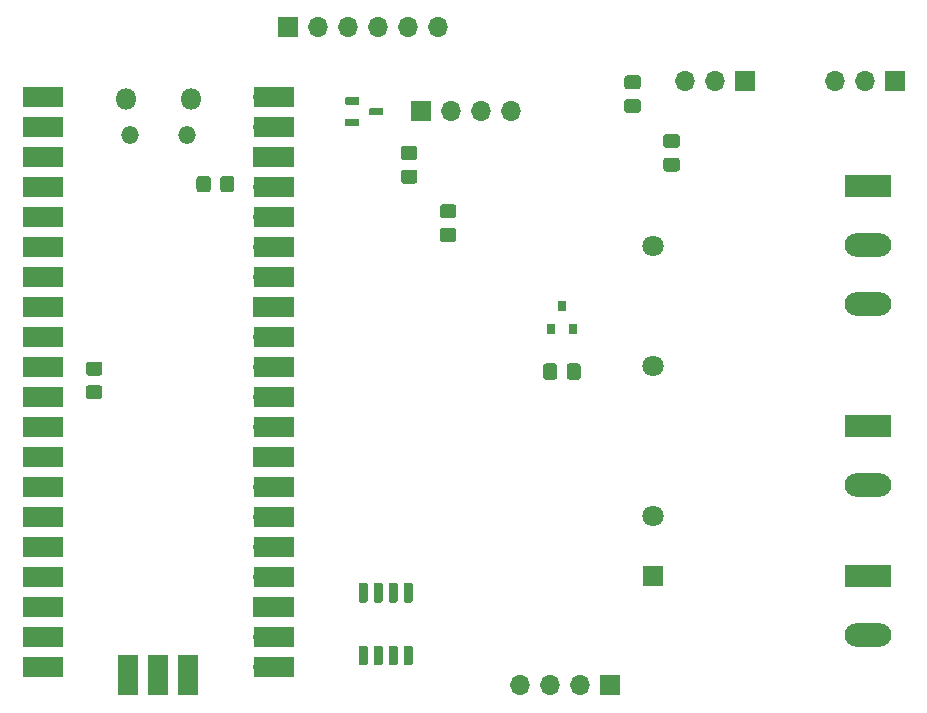
<source format=gbr>
%TF.GenerationSoftware,KiCad,Pcbnew,(5.1.9)-1*%
%TF.CreationDate,2022-01-22T22:11:56-08:00*%
%TF.ProjectId,keurig-filler,6b657572-6967-42d6-9669-6c6c65722e6b,rev?*%
%TF.SameCoordinates,Original*%
%TF.FileFunction,Soldermask,Top*%
%TF.FilePolarity,Negative*%
%FSLAX46Y46*%
G04 Gerber Fmt 4.6, Leading zero omitted, Abs format (unit mm)*
G04 Created by KiCad (PCBNEW (5.1.9)-1) date 2022-01-22 22:11:56*
%MOMM*%
%LPD*%
G01*
G04 APERTURE LIST*
%ADD10C,0.010000*%
%ADD11O,1.700000X1.700000*%
%ADD12R,1.700000X1.700000*%
%ADD13R,1.700000X3.500000*%
%ADD14O,1.500000X1.500000*%
%ADD15O,1.800000X1.800000*%
%ADD16R,3.500000X1.700000*%
%ADD17O,3.960000X1.980000*%
%ADD18R,3.960000X1.980000*%
%ADD19C,1.800000*%
%ADD20R,1.800000X1.800000*%
%ADD21R,0.800000X0.900000*%
G04 APERTURE END LIST*
D10*
%TO.C,U2*%
G36*
X56429000Y-77595000D02*
G01*
X56429000Y-76970000D01*
X56431100Y-76943400D01*
X56437300Y-76917500D01*
X56447500Y-76892800D01*
X56461500Y-76870100D01*
X56478800Y-76849800D01*
X56499100Y-76832500D01*
X56521800Y-76818500D01*
X56546500Y-76808300D01*
X56572400Y-76802100D01*
X56939000Y-76800000D01*
X56965600Y-76802100D01*
X56991500Y-76808300D01*
X57016200Y-76818500D01*
X57038900Y-76832500D01*
X57059200Y-76849800D01*
X57076500Y-76870100D01*
X57090500Y-76892800D01*
X57100700Y-76917500D01*
X57106900Y-76943400D01*
X57109000Y-76970000D01*
X57109000Y-78220000D01*
X57106900Y-78246600D01*
X57100700Y-78272500D01*
X57090500Y-78297200D01*
X57076500Y-78319900D01*
X57059200Y-78340200D01*
X57038900Y-78357500D01*
X57016200Y-78371500D01*
X56991500Y-78381700D01*
X56965600Y-78387900D01*
X56599000Y-78390000D01*
X56572400Y-78387900D01*
X56546500Y-78381700D01*
X56521800Y-78371500D01*
X56499100Y-78357500D01*
X56478800Y-78340200D01*
X56461500Y-78319900D01*
X56447500Y-78297200D01*
X56437300Y-78272500D01*
X56431100Y-78246600D01*
X56429000Y-78220000D01*
X56429000Y-77595000D01*
G37*
X56429000Y-77595000D02*
X56429000Y-76970000D01*
X56431100Y-76943400D01*
X56437300Y-76917500D01*
X56447500Y-76892800D01*
X56461500Y-76870100D01*
X56478800Y-76849800D01*
X56499100Y-76832500D01*
X56521800Y-76818500D01*
X56546500Y-76808300D01*
X56572400Y-76802100D01*
X56939000Y-76800000D01*
X56965600Y-76802100D01*
X56991500Y-76808300D01*
X57016200Y-76818500D01*
X57038900Y-76832500D01*
X57059200Y-76849800D01*
X57076500Y-76870100D01*
X57090500Y-76892800D01*
X57100700Y-76917500D01*
X57106900Y-76943400D01*
X57109000Y-76970000D01*
X57109000Y-78220000D01*
X57106900Y-78246600D01*
X57100700Y-78272500D01*
X57090500Y-78297200D01*
X57076500Y-78319900D01*
X57059200Y-78340200D01*
X57038900Y-78357500D01*
X57016200Y-78371500D01*
X56991500Y-78381700D01*
X56965600Y-78387900D01*
X56599000Y-78390000D01*
X56572400Y-78387900D01*
X56546500Y-78381700D01*
X56521800Y-78371500D01*
X56499100Y-78357500D01*
X56478800Y-78340200D01*
X56461500Y-78319900D01*
X56447500Y-78297200D01*
X56437300Y-78272500D01*
X56431100Y-78246600D01*
X56429000Y-78220000D01*
X56429000Y-77595000D01*
G36*
X57699000Y-77595000D02*
G01*
X57699000Y-76970000D01*
X57701100Y-76943400D01*
X57707300Y-76917500D01*
X57717500Y-76892800D01*
X57731500Y-76870100D01*
X57748800Y-76849800D01*
X57769100Y-76832500D01*
X57791800Y-76818500D01*
X57816500Y-76808300D01*
X57842400Y-76802100D01*
X58209000Y-76800000D01*
X58235600Y-76802100D01*
X58261500Y-76808300D01*
X58286200Y-76818500D01*
X58308900Y-76832500D01*
X58329200Y-76849800D01*
X58346500Y-76870100D01*
X58360500Y-76892800D01*
X58370700Y-76917500D01*
X58376900Y-76943400D01*
X58379000Y-76970000D01*
X58379000Y-78220000D01*
X58376900Y-78246600D01*
X58370700Y-78272500D01*
X58360500Y-78297200D01*
X58346500Y-78319900D01*
X58329200Y-78340200D01*
X58308900Y-78357500D01*
X58286200Y-78371500D01*
X58261500Y-78381700D01*
X58235600Y-78387900D01*
X57869000Y-78390000D01*
X57842400Y-78387900D01*
X57816500Y-78381700D01*
X57791800Y-78371500D01*
X57769100Y-78357500D01*
X57748800Y-78340200D01*
X57731500Y-78319900D01*
X57717500Y-78297200D01*
X57707300Y-78272500D01*
X57701100Y-78246600D01*
X57699000Y-78220000D01*
X57699000Y-77595000D01*
G37*
X57699000Y-77595000D02*
X57699000Y-76970000D01*
X57701100Y-76943400D01*
X57707300Y-76917500D01*
X57717500Y-76892800D01*
X57731500Y-76870100D01*
X57748800Y-76849800D01*
X57769100Y-76832500D01*
X57791800Y-76818500D01*
X57816500Y-76808300D01*
X57842400Y-76802100D01*
X58209000Y-76800000D01*
X58235600Y-76802100D01*
X58261500Y-76808300D01*
X58286200Y-76818500D01*
X58308900Y-76832500D01*
X58329200Y-76849800D01*
X58346500Y-76870100D01*
X58360500Y-76892800D01*
X58370700Y-76917500D01*
X58376900Y-76943400D01*
X58379000Y-76970000D01*
X58379000Y-78220000D01*
X58376900Y-78246600D01*
X58370700Y-78272500D01*
X58360500Y-78297200D01*
X58346500Y-78319900D01*
X58329200Y-78340200D01*
X58308900Y-78357500D01*
X58286200Y-78371500D01*
X58261500Y-78381700D01*
X58235600Y-78387900D01*
X57869000Y-78390000D01*
X57842400Y-78387900D01*
X57816500Y-78381700D01*
X57791800Y-78371500D01*
X57769100Y-78357500D01*
X57748800Y-78340200D01*
X57731500Y-78319900D01*
X57717500Y-78297200D01*
X57707300Y-78272500D01*
X57701100Y-78246600D01*
X57699000Y-78220000D01*
X57699000Y-77595000D01*
G36*
X58969000Y-77595000D02*
G01*
X58969000Y-76970000D01*
X58971100Y-76943400D01*
X58977300Y-76917500D01*
X58987500Y-76892800D01*
X59001500Y-76870100D01*
X59018800Y-76849800D01*
X59039100Y-76832500D01*
X59061800Y-76818500D01*
X59086500Y-76808300D01*
X59112400Y-76802100D01*
X59479000Y-76800000D01*
X59505600Y-76802100D01*
X59531500Y-76808300D01*
X59556200Y-76818500D01*
X59578900Y-76832500D01*
X59599200Y-76849800D01*
X59616500Y-76870100D01*
X59630500Y-76892800D01*
X59640700Y-76917500D01*
X59646900Y-76943400D01*
X59649000Y-76970000D01*
X59649000Y-78220000D01*
X59646900Y-78246600D01*
X59640700Y-78272500D01*
X59630500Y-78297200D01*
X59616500Y-78319900D01*
X59599200Y-78340200D01*
X59578900Y-78357500D01*
X59556200Y-78371500D01*
X59531500Y-78381700D01*
X59505600Y-78387900D01*
X59139000Y-78390000D01*
X59112400Y-78387900D01*
X59086500Y-78381700D01*
X59061800Y-78371500D01*
X59039100Y-78357500D01*
X59018800Y-78340200D01*
X59001500Y-78319900D01*
X58987500Y-78297200D01*
X58977300Y-78272500D01*
X58971100Y-78246600D01*
X58969000Y-78220000D01*
X58969000Y-77595000D01*
G37*
X58969000Y-77595000D02*
X58969000Y-76970000D01*
X58971100Y-76943400D01*
X58977300Y-76917500D01*
X58987500Y-76892800D01*
X59001500Y-76870100D01*
X59018800Y-76849800D01*
X59039100Y-76832500D01*
X59061800Y-76818500D01*
X59086500Y-76808300D01*
X59112400Y-76802100D01*
X59479000Y-76800000D01*
X59505600Y-76802100D01*
X59531500Y-76808300D01*
X59556200Y-76818500D01*
X59578900Y-76832500D01*
X59599200Y-76849800D01*
X59616500Y-76870100D01*
X59630500Y-76892800D01*
X59640700Y-76917500D01*
X59646900Y-76943400D01*
X59649000Y-76970000D01*
X59649000Y-78220000D01*
X59646900Y-78246600D01*
X59640700Y-78272500D01*
X59630500Y-78297200D01*
X59616500Y-78319900D01*
X59599200Y-78340200D01*
X59578900Y-78357500D01*
X59556200Y-78371500D01*
X59531500Y-78381700D01*
X59505600Y-78387900D01*
X59139000Y-78390000D01*
X59112400Y-78387900D01*
X59086500Y-78381700D01*
X59061800Y-78371500D01*
X59039100Y-78357500D01*
X59018800Y-78340200D01*
X59001500Y-78319900D01*
X58987500Y-78297200D01*
X58977300Y-78272500D01*
X58971100Y-78246600D01*
X58969000Y-78220000D01*
X58969000Y-77595000D01*
G36*
X60239000Y-77595000D02*
G01*
X60239000Y-76970000D01*
X60241100Y-76943400D01*
X60247300Y-76917500D01*
X60257500Y-76892800D01*
X60271500Y-76870100D01*
X60288800Y-76849800D01*
X60309100Y-76832500D01*
X60331800Y-76818500D01*
X60356500Y-76808300D01*
X60382400Y-76802100D01*
X60749000Y-76800000D01*
X60775600Y-76802100D01*
X60801500Y-76808300D01*
X60826200Y-76818500D01*
X60848900Y-76832500D01*
X60869200Y-76849800D01*
X60886500Y-76870100D01*
X60900500Y-76892800D01*
X60910700Y-76917500D01*
X60916900Y-76943400D01*
X60919000Y-76970000D01*
X60919000Y-78220000D01*
X60916900Y-78246600D01*
X60910700Y-78272500D01*
X60900500Y-78297200D01*
X60886500Y-78319900D01*
X60869200Y-78340200D01*
X60848900Y-78357500D01*
X60826200Y-78371500D01*
X60801500Y-78381700D01*
X60775600Y-78387900D01*
X60409000Y-78390000D01*
X60382400Y-78387900D01*
X60356500Y-78381700D01*
X60331800Y-78371500D01*
X60309100Y-78357500D01*
X60288800Y-78340200D01*
X60271500Y-78319900D01*
X60257500Y-78297200D01*
X60247300Y-78272500D01*
X60241100Y-78246600D01*
X60239000Y-78220000D01*
X60239000Y-77595000D01*
G37*
X60239000Y-77595000D02*
X60239000Y-76970000D01*
X60241100Y-76943400D01*
X60247300Y-76917500D01*
X60257500Y-76892800D01*
X60271500Y-76870100D01*
X60288800Y-76849800D01*
X60309100Y-76832500D01*
X60331800Y-76818500D01*
X60356500Y-76808300D01*
X60382400Y-76802100D01*
X60749000Y-76800000D01*
X60775600Y-76802100D01*
X60801500Y-76808300D01*
X60826200Y-76818500D01*
X60848900Y-76832500D01*
X60869200Y-76849800D01*
X60886500Y-76870100D01*
X60900500Y-76892800D01*
X60910700Y-76917500D01*
X60916900Y-76943400D01*
X60919000Y-76970000D01*
X60919000Y-78220000D01*
X60916900Y-78246600D01*
X60910700Y-78272500D01*
X60900500Y-78297200D01*
X60886500Y-78319900D01*
X60869200Y-78340200D01*
X60848900Y-78357500D01*
X60826200Y-78371500D01*
X60801500Y-78381700D01*
X60775600Y-78387900D01*
X60409000Y-78390000D01*
X60382400Y-78387900D01*
X60356500Y-78381700D01*
X60331800Y-78371500D01*
X60309100Y-78357500D01*
X60288800Y-78340200D01*
X60271500Y-78319900D01*
X60257500Y-78297200D01*
X60247300Y-78272500D01*
X60241100Y-78246600D01*
X60239000Y-78220000D01*
X60239000Y-77595000D01*
G36*
X60919000Y-72265000D02*
G01*
X60919000Y-72890000D01*
X60916900Y-72916600D01*
X60910700Y-72942500D01*
X60900500Y-72967200D01*
X60886500Y-72989900D01*
X60869200Y-73010200D01*
X60848900Y-73027500D01*
X60826200Y-73041500D01*
X60801500Y-73051700D01*
X60775600Y-73057900D01*
X60409000Y-73060000D01*
X60382400Y-73057900D01*
X60356500Y-73051700D01*
X60331800Y-73041500D01*
X60309100Y-73027500D01*
X60288800Y-73010200D01*
X60271500Y-72989900D01*
X60257500Y-72967200D01*
X60247300Y-72942500D01*
X60241100Y-72916600D01*
X60239000Y-72890000D01*
X60239000Y-71640000D01*
X60241100Y-71613400D01*
X60247300Y-71587500D01*
X60257500Y-71562800D01*
X60271500Y-71540100D01*
X60288800Y-71519800D01*
X60309100Y-71502500D01*
X60331800Y-71488500D01*
X60356500Y-71478300D01*
X60382400Y-71472100D01*
X60749000Y-71470000D01*
X60775600Y-71472100D01*
X60801500Y-71478300D01*
X60826200Y-71488500D01*
X60848900Y-71502500D01*
X60869200Y-71519800D01*
X60886500Y-71540100D01*
X60900500Y-71562800D01*
X60910700Y-71587500D01*
X60916900Y-71613400D01*
X60919000Y-71640000D01*
X60919000Y-72265000D01*
G37*
X60919000Y-72265000D02*
X60919000Y-72890000D01*
X60916900Y-72916600D01*
X60910700Y-72942500D01*
X60900500Y-72967200D01*
X60886500Y-72989900D01*
X60869200Y-73010200D01*
X60848900Y-73027500D01*
X60826200Y-73041500D01*
X60801500Y-73051700D01*
X60775600Y-73057900D01*
X60409000Y-73060000D01*
X60382400Y-73057900D01*
X60356500Y-73051700D01*
X60331800Y-73041500D01*
X60309100Y-73027500D01*
X60288800Y-73010200D01*
X60271500Y-72989900D01*
X60257500Y-72967200D01*
X60247300Y-72942500D01*
X60241100Y-72916600D01*
X60239000Y-72890000D01*
X60239000Y-71640000D01*
X60241100Y-71613400D01*
X60247300Y-71587500D01*
X60257500Y-71562800D01*
X60271500Y-71540100D01*
X60288800Y-71519800D01*
X60309100Y-71502500D01*
X60331800Y-71488500D01*
X60356500Y-71478300D01*
X60382400Y-71472100D01*
X60749000Y-71470000D01*
X60775600Y-71472100D01*
X60801500Y-71478300D01*
X60826200Y-71488500D01*
X60848900Y-71502500D01*
X60869200Y-71519800D01*
X60886500Y-71540100D01*
X60900500Y-71562800D01*
X60910700Y-71587500D01*
X60916900Y-71613400D01*
X60919000Y-71640000D01*
X60919000Y-72265000D01*
G36*
X59649000Y-72265000D02*
G01*
X59649000Y-72890000D01*
X59646900Y-72916600D01*
X59640700Y-72942500D01*
X59630500Y-72967200D01*
X59616500Y-72989900D01*
X59599200Y-73010200D01*
X59578900Y-73027500D01*
X59556200Y-73041500D01*
X59531500Y-73051700D01*
X59505600Y-73057900D01*
X59139000Y-73060000D01*
X59112400Y-73057900D01*
X59086500Y-73051700D01*
X59061800Y-73041500D01*
X59039100Y-73027500D01*
X59018800Y-73010200D01*
X59001500Y-72989900D01*
X58987500Y-72967200D01*
X58977300Y-72942500D01*
X58971100Y-72916600D01*
X58969000Y-72890000D01*
X58969000Y-71640000D01*
X58971100Y-71613400D01*
X58977300Y-71587500D01*
X58987500Y-71562800D01*
X59001500Y-71540100D01*
X59018800Y-71519800D01*
X59039100Y-71502500D01*
X59061800Y-71488500D01*
X59086500Y-71478300D01*
X59112400Y-71472100D01*
X59479000Y-71470000D01*
X59505600Y-71472100D01*
X59531500Y-71478300D01*
X59556200Y-71488500D01*
X59578900Y-71502500D01*
X59599200Y-71519800D01*
X59616500Y-71540100D01*
X59630500Y-71562800D01*
X59640700Y-71587500D01*
X59646900Y-71613400D01*
X59649000Y-71640000D01*
X59649000Y-72265000D01*
G37*
X59649000Y-72265000D02*
X59649000Y-72890000D01*
X59646900Y-72916600D01*
X59640700Y-72942500D01*
X59630500Y-72967200D01*
X59616500Y-72989900D01*
X59599200Y-73010200D01*
X59578900Y-73027500D01*
X59556200Y-73041500D01*
X59531500Y-73051700D01*
X59505600Y-73057900D01*
X59139000Y-73060000D01*
X59112400Y-73057900D01*
X59086500Y-73051700D01*
X59061800Y-73041500D01*
X59039100Y-73027500D01*
X59018800Y-73010200D01*
X59001500Y-72989900D01*
X58987500Y-72967200D01*
X58977300Y-72942500D01*
X58971100Y-72916600D01*
X58969000Y-72890000D01*
X58969000Y-71640000D01*
X58971100Y-71613400D01*
X58977300Y-71587500D01*
X58987500Y-71562800D01*
X59001500Y-71540100D01*
X59018800Y-71519800D01*
X59039100Y-71502500D01*
X59061800Y-71488500D01*
X59086500Y-71478300D01*
X59112400Y-71472100D01*
X59479000Y-71470000D01*
X59505600Y-71472100D01*
X59531500Y-71478300D01*
X59556200Y-71488500D01*
X59578900Y-71502500D01*
X59599200Y-71519800D01*
X59616500Y-71540100D01*
X59630500Y-71562800D01*
X59640700Y-71587500D01*
X59646900Y-71613400D01*
X59649000Y-71640000D01*
X59649000Y-72265000D01*
G36*
X58379000Y-72265000D02*
G01*
X58379000Y-72890000D01*
X58376900Y-72916600D01*
X58370700Y-72942500D01*
X58360500Y-72967200D01*
X58346500Y-72989900D01*
X58329200Y-73010200D01*
X58308900Y-73027500D01*
X58286200Y-73041500D01*
X58261500Y-73051700D01*
X58235600Y-73057900D01*
X57869000Y-73060000D01*
X57842400Y-73057900D01*
X57816500Y-73051700D01*
X57791800Y-73041500D01*
X57769100Y-73027500D01*
X57748800Y-73010200D01*
X57731500Y-72989900D01*
X57717500Y-72967200D01*
X57707300Y-72942500D01*
X57701100Y-72916600D01*
X57699000Y-72890000D01*
X57699000Y-71640000D01*
X57701100Y-71613400D01*
X57707300Y-71587500D01*
X57717500Y-71562800D01*
X57731500Y-71540100D01*
X57748800Y-71519800D01*
X57769100Y-71502500D01*
X57791800Y-71488500D01*
X57816500Y-71478300D01*
X57842400Y-71472100D01*
X58209000Y-71470000D01*
X58235600Y-71472100D01*
X58261500Y-71478300D01*
X58286200Y-71488500D01*
X58308900Y-71502500D01*
X58329200Y-71519800D01*
X58346500Y-71540100D01*
X58360500Y-71562800D01*
X58370700Y-71587500D01*
X58376900Y-71613400D01*
X58379000Y-71640000D01*
X58379000Y-72265000D01*
G37*
X58379000Y-72265000D02*
X58379000Y-72890000D01*
X58376900Y-72916600D01*
X58370700Y-72942500D01*
X58360500Y-72967200D01*
X58346500Y-72989900D01*
X58329200Y-73010200D01*
X58308900Y-73027500D01*
X58286200Y-73041500D01*
X58261500Y-73051700D01*
X58235600Y-73057900D01*
X57869000Y-73060000D01*
X57842400Y-73057900D01*
X57816500Y-73051700D01*
X57791800Y-73041500D01*
X57769100Y-73027500D01*
X57748800Y-73010200D01*
X57731500Y-72989900D01*
X57717500Y-72967200D01*
X57707300Y-72942500D01*
X57701100Y-72916600D01*
X57699000Y-72890000D01*
X57699000Y-71640000D01*
X57701100Y-71613400D01*
X57707300Y-71587500D01*
X57717500Y-71562800D01*
X57731500Y-71540100D01*
X57748800Y-71519800D01*
X57769100Y-71502500D01*
X57791800Y-71488500D01*
X57816500Y-71478300D01*
X57842400Y-71472100D01*
X58209000Y-71470000D01*
X58235600Y-71472100D01*
X58261500Y-71478300D01*
X58286200Y-71488500D01*
X58308900Y-71502500D01*
X58329200Y-71519800D01*
X58346500Y-71540100D01*
X58360500Y-71562800D01*
X58370700Y-71587500D01*
X58376900Y-71613400D01*
X58379000Y-71640000D01*
X58379000Y-72265000D01*
G36*
X57109000Y-72265000D02*
G01*
X57109000Y-72890000D01*
X57106900Y-72916600D01*
X57100700Y-72942500D01*
X57090500Y-72967200D01*
X57076500Y-72989900D01*
X57059200Y-73010200D01*
X57038900Y-73027500D01*
X57016200Y-73041500D01*
X56991500Y-73051700D01*
X56965600Y-73057900D01*
X56599000Y-73060000D01*
X56572400Y-73057900D01*
X56546500Y-73051700D01*
X56521800Y-73041500D01*
X56499100Y-73027500D01*
X56478800Y-73010200D01*
X56461500Y-72989900D01*
X56447500Y-72967200D01*
X56437300Y-72942500D01*
X56431100Y-72916600D01*
X56429000Y-72890000D01*
X56429000Y-71640000D01*
X56431100Y-71613400D01*
X56437300Y-71587500D01*
X56447500Y-71562800D01*
X56461500Y-71540100D01*
X56478800Y-71519800D01*
X56499100Y-71502500D01*
X56521800Y-71488500D01*
X56546500Y-71478300D01*
X56572400Y-71472100D01*
X56939000Y-71470000D01*
X56965600Y-71472100D01*
X56991500Y-71478300D01*
X57016200Y-71488500D01*
X57038900Y-71502500D01*
X57059200Y-71519800D01*
X57076500Y-71540100D01*
X57090500Y-71562800D01*
X57100700Y-71587500D01*
X57106900Y-71613400D01*
X57109000Y-71640000D01*
X57109000Y-72265000D01*
G37*
X57109000Y-72265000D02*
X57109000Y-72890000D01*
X57106900Y-72916600D01*
X57100700Y-72942500D01*
X57090500Y-72967200D01*
X57076500Y-72989900D01*
X57059200Y-73010200D01*
X57038900Y-73027500D01*
X57016200Y-73041500D01*
X56991500Y-73051700D01*
X56965600Y-73057900D01*
X56599000Y-73060000D01*
X56572400Y-73057900D01*
X56546500Y-73051700D01*
X56521800Y-73041500D01*
X56499100Y-73027500D01*
X56478800Y-73010200D01*
X56461500Y-72989900D01*
X56447500Y-72967200D01*
X56437300Y-72942500D01*
X56431100Y-72916600D01*
X56429000Y-72890000D01*
X56429000Y-71640000D01*
X56431100Y-71613400D01*
X56437300Y-71587500D01*
X56447500Y-71562800D01*
X56461500Y-71540100D01*
X56478800Y-71519800D01*
X56499100Y-71502500D01*
X56521800Y-71488500D01*
X56546500Y-71478300D01*
X56572400Y-71472100D01*
X56939000Y-71470000D01*
X56965600Y-71472100D01*
X56991500Y-71478300D01*
X57016200Y-71488500D01*
X57038900Y-71502500D01*
X57059200Y-71519800D01*
X57076500Y-71540100D01*
X57090500Y-71562800D01*
X57100700Y-71587500D01*
X57106900Y-71613400D01*
X57109000Y-71640000D01*
X57109000Y-72265000D01*
%TD*%
%TO.C,R12*%
G36*
G01*
X44707000Y-38169001D02*
X44707000Y-37268999D01*
G75*
G02*
X44956999Y-37019000I249999J0D01*
G01*
X45657001Y-37019000D01*
G75*
G02*
X45907000Y-37268999I0J-249999D01*
G01*
X45907000Y-38169001D01*
G75*
G02*
X45657001Y-38419000I-249999J0D01*
G01*
X44956999Y-38419000D01*
G75*
G02*
X44707000Y-38169001I0J249999D01*
G01*
G37*
G36*
G01*
X42707000Y-38169001D02*
X42707000Y-37268999D01*
G75*
G02*
X42956999Y-37019000I249999J0D01*
G01*
X43657001Y-37019000D01*
G75*
G02*
X43907000Y-37268999I0J-249999D01*
G01*
X43907000Y-38169001D01*
G75*
G02*
X43657001Y-38419000I-249999J0D01*
G01*
X42956999Y-38419000D01*
G75*
G02*
X42707000Y-38169001I0J249999D01*
G01*
G37*
%TD*%
%TO.C,R10*%
G36*
G01*
X61156001Y-35684000D02*
X60255999Y-35684000D01*
G75*
G02*
X60006000Y-35434001I0J249999D01*
G01*
X60006000Y-34733999D01*
G75*
G02*
X60255999Y-34484000I249999J0D01*
G01*
X61156001Y-34484000D01*
G75*
G02*
X61406000Y-34733999I0J-249999D01*
G01*
X61406000Y-35434001D01*
G75*
G02*
X61156001Y-35684000I-249999J0D01*
G01*
G37*
G36*
G01*
X61156001Y-37684000D02*
X60255999Y-37684000D01*
G75*
G02*
X60006000Y-37434001I0J249999D01*
G01*
X60006000Y-36733999D01*
G75*
G02*
X60255999Y-36484000I249999J0D01*
G01*
X61156001Y-36484000D01*
G75*
G02*
X61406000Y-36733999I0J-249999D01*
G01*
X61406000Y-37434001D01*
G75*
G02*
X61156001Y-37684000I-249999J0D01*
G01*
G37*
%TD*%
%TO.C,R8*%
G36*
G01*
X64458001Y-40621000D02*
X63557999Y-40621000D01*
G75*
G02*
X63308000Y-40371001I0J249999D01*
G01*
X63308000Y-39670999D01*
G75*
G02*
X63557999Y-39421000I249999J0D01*
G01*
X64458001Y-39421000D01*
G75*
G02*
X64708000Y-39670999I0J-249999D01*
G01*
X64708000Y-40371001D01*
G75*
G02*
X64458001Y-40621000I-249999J0D01*
G01*
G37*
G36*
G01*
X64458001Y-42621000D02*
X63557999Y-42621000D01*
G75*
G02*
X63308000Y-42371001I0J249999D01*
G01*
X63308000Y-41670999D01*
G75*
G02*
X63557999Y-41421000I249999J0D01*
G01*
X64458001Y-41421000D01*
G75*
G02*
X64708000Y-41670999I0J-249999D01*
G01*
X64708000Y-42371001D01*
G75*
G02*
X64458001Y-42621000I-249999J0D01*
G01*
G37*
%TD*%
D11*
%TO.C,J8*%
X63119000Y-24384000D03*
X60579000Y-24384000D03*
X58039000Y-24384000D03*
X55499000Y-24384000D03*
X52959000Y-24384000D03*
D12*
X50419000Y-24384000D03*
%TD*%
%TO.C,R7*%
G36*
G01*
X79178999Y-30499000D02*
X80079001Y-30499000D01*
G75*
G02*
X80329000Y-30748999I0J-249999D01*
G01*
X80329000Y-31449001D01*
G75*
G02*
X80079001Y-31699000I-249999J0D01*
G01*
X79178999Y-31699000D01*
G75*
G02*
X78929000Y-31449001I0J249999D01*
G01*
X78929000Y-30748999D01*
G75*
G02*
X79178999Y-30499000I249999J0D01*
G01*
G37*
G36*
G01*
X79178999Y-28499000D02*
X80079001Y-28499000D01*
G75*
G02*
X80329000Y-28748999I0J-249999D01*
G01*
X80329000Y-29449001D01*
G75*
G02*
X80079001Y-29699000I-249999J0D01*
G01*
X79178999Y-29699000D01*
G75*
G02*
X78929000Y-29449001I0J249999D01*
G01*
X78929000Y-28748999D01*
G75*
G02*
X79178999Y-28499000I249999J0D01*
G01*
G37*
%TD*%
%TO.C,R6*%
G36*
G01*
X83381001Y-34668000D02*
X82480999Y-34668000D01*
G75*
G02*
X82231000Y-34418001I0J249999D01*
G01*
X82231000Y-33717999D01*
G75*
G02*
X82480999Y-33468000I249999J0D01*
G01*
X83381001Y-33468000D01*
G75*
G02*
X83631000Y-33717999I0J-249999D01*
G01*
X83631000Y-34418001D01*
G75*
G02*
X83381001Y-34668000I-249999J0D01*
G01*
G37*
G36*
G01*
X83381001Y-36668000D02*
X82480999Y-36668000D01*
G75*
G02*
X82231000Y-36418001I0J249999D01*
G01*
X82231000Y-35717999D01*
G75*
G02*
X82480999Y-35468000I249999J0D01*
G01*
X83381001Y-35468000D01*
G75*
G02*
X83631000Y-35717999I0J-249999D01*
G01*
X83631000Y-36418001D01*
G75*
G02*
X83381001Y-36668000I-249999J0D01*
G01*
G37*
%TD*%
%TO.C,R5*%
G36*
G01*
X33585999Y-54740000D02*
X34486001Y-54740000D01*
G75*
G02*
X34736000Y-54989999I0J-249999D01*
G01*
X34736000Y-55690001D01*
G75*
G02*
X34486001Y-55940000I-249999J0D01*
G01*
X33585999Y-55940000D01*
G75*
G02*
X33336000Y-55690001I0J249999D01*
G01*
X33336000Y-54989999D01*
G75*
G02*
X33585999Y-54740000I249999J0D01*
G01*
G37*
G36*
G01*
X33585999Y-52740000D02*
X34486001Y-52740000D01*
G75*
G02*
X34736000Y-52989999I0J-249999D01*
G01*
X34736000Y-53690001D01*
G75*
G02*
X34486001Y-53940000I-249999J0D01*
G01*
X33585999Y-53940000D01*
G75*
G02*
X33336000Y-53690001I0J249999D01*
G01*
X33336000Y-52989999D01*
G75*
G02*
X33585999Y-52740000I249999J0D01*
G01*
G37*
%TD*%
D11*
%TO.C,J7*%
X70104000Y-80137000D03*
X72644000Y-80137000D03*
X75184000Y-80137000D03*
D12*
X77724000Y-80137000D03*
%TD*%
D11*
%TO.C,U1*%
X42020000Y-78408001D03*
D13*
X42020000Y-79308001D03*
D12*
X39480000Y-78408001D03*
D13*
X39480000Y-79308001D03*
D11*
X36940000Y-78408001D03*
D13*
X36940000Y-79308001D03*
D14*
X41905000Y-33538001D03*
X37055000Y-33538001D03*
D15*
X42205000Y-30508001D03*
X36755000Y-30508001D03*
D16*
X49270000Y-78638001D03*
X49270000Y-76098001D03*
X49270000Y-73558001D03*
X49270000Y-71018001D03*
X49270000Y-68478001D03*
X49270000Y-65938001D03*
X49270000Y-63398001D03*
X49270000Y-60858001D03*
X49270000Y-58318001D03*
X49270000Y-55778001D03*
X49270000Y-53238001D03*
X49270000Y-50698001D03*
X49270000Y-48158001D03*
X49270000Y-45618001D03*
X49270000Y-43078001D03*
X49270000Y-40538001D03*
X49270000Y-37998001D03*
X49270000Y-35458001D03*
X49270000Y-32918001D03*
X49270000Y-30378001D03*
X29690000Y-78638001D03*
X29690000Y-76098001D03*
X29690000Y-73558001D03*
X29690000Y-71018001D03*
X29690000Y-68478001D03*
X29690000Y-65938001D03*
X29690000Y-63398001D03*
X29690000Y-60858001D03*
X29690000Y-58318001D03*
X29690000Y-55778001D03*
X29690000Y-53238001D03*
X29690000Y-50698001D03*
X29690000Y-48158001D03*
X29690000Y-45618001D03*
X29690000Y-43078001D03*
X29690000Y-40538001D03*
X29690000Y-37998001D03*
X29690000Y-35458001D03*
X29690000Y-32918001D03*
X29690000Y-30378001D03*
D11*
X48370000Y-30378001D03*
X48370000Y-32918001D03*
D12*
X48370000Y-35458001D03*
D11*
X48370000Y-37998001D03*
X48370000Y-40538001D03*
X48370000Y-43078001D03*
X48370000Y-45618001D03*
D12*
X48370000Y-48158001D03*
D11*
X48370000Y-50698001D03*
X48370000Y-53238001D03*
X48370000Y-55778001D03*
X48370000Y-58318001D03*
D12*
X48370000Y-60858001D03*
D11*
X48370000Y-63398001D03*
X48370000Y-65938001D03*
X48370000Y-68478001D03*
X48370000Y-71018001D03*
D12*
X48370000Y-73558001D03*
D11*
X48370000Y-76098001D03*
X48370000Y-78638001D03*
X30590000Y-78638001D03*
X30590000Y-76098001D03*
D12*
X30590000Y-73558001D03*
D11*
X30590000Y-71018001D03*
X30590000Y-68478001D03*
X30590000Y-65938001D03*
X30590000Y-63398001D03*
D12*
X30590000Y-60858001D03*
D11*
X30590000Y-58318001D03*
X30590000Y-55778001D03*
X30590000Y-53238001D03*
X30590000Y-50698001D03*
D12*
X30590000Y-48158001D03*
D11*
X30590000Y-45618001D03*
X30590000Y-43078001D03*
X30590000Y-40538001D03*
X30590000Y-37998001D03*
D12*
X30590000Y-35458001D03*
D11*
X30590000Y-32918001D03*
X30590000Y-30378001D03*
%TD*%
D17*
%TO.C,J6*%
X99568000Y-75866000D03*
D18*
X99568000Y-70866000D03*
%TD*%
D17*
%TO.C,J4*%
X99568000Y-63166000D03*
D18*
X99568000Y-58166000D03*
%TD*%
D17*
%TO.C,J3*%
X99568000Y-47846000D03*
X99568000Y-42846000D03*
D18*
X99568000Y-37846000D03*
%TD*%
%TO.C,R1*%
G36*
G01*
X74044000Y-54044001D02*
X74044000Y-53143999D01*
G75*
G02*
X74293999Y-52894000I249999J0D01*
G01*
X74994001Y-52894000D01*
G75*
G02*
X75244000Y-53143999I0J-249999D01*
G01*
X75244000Y-54044001D01*
G75*
G02*
X74994001Y-54294000I-249999J0D01*
G01*
X74293999Y-54294000D01*
G75*
G02*
X74044000Y-54044001I0J249999D01*
G01*
G37*
G36*
G01*
X72044000Y-54044001D02*
X72044000Y-53143999D01*
G75*
G02*
X72293999Y-52894000I249999J0D01*
G01*
X72994001Y-52894000D01*
G75*
G02*
X73244000Y-53143999I0J-249999D01*
G01*
X73244000Y-54044001D01*
G75*
G02*
X72994001Y-54294000I-249999J0D01*
G01*
X72293999Y-54294000D01*
G75*
G02*
X72044000Y-54044001I0J249999D01*
G01*
G37*
%TD*%
%TO.C,Q1*%
G36*
G01*
X57340000Y-31853200D02*
X57340000Y-31340800D01*
G75*
G02*
X57388800Y-31292000I48800J0D01*
G01*
X58471200Y-31292000D01*
G75*
G02*
X58520000Y-31340800I0J-48800D01*
G01*
X58520000Y-31853200D01*
G75*
G02*
X58471200Y-31902000I-48800J0D01*
G01*
X57388800Y-31902000D01*
G75*
G02*
X57340000Y-31853200I0J48800D01*
G01*
G37*
G36*
G01*
X55290000Y-32768200D02*
X55290000Y-32255800D01*
G75*
G02*
X55338800Y-32207000I48800J0D01*
G01*
X56421200Y-32207000D01*
G75*
G02*
X56470000Y-32255800I0J-48800D01*
G01*
X56470000Y-32768200D01*
G75*
G02*
X56421200Y-32817000I-48800J0D01*
G01*
X55338800Y-32817000D01*
G75*
G02*
X55290000Y-32768200I0J48800D01*
G01*
G37*
G36*
G01*
X55290000Y-30938200D02*
X55290000Y-30425800D01*
G75*
G02*
X55338800Y-30377000I48800J0D01*
G01*
X56421200Y-30377000D01*
G75*
G02*
X56470000Y-30425800I0J-48800D01*
G01*
X56470000Y-30938200D01*
G75*
G02*
X56421200Y-30987000I-48800J0D01*
G01*
X55338800Y-30987000D01*
G75*
G02*
X55290000Y-30938200I0J48800D01*
G01*
G37*
%TD*%
D19*
%TO.C,K1*%
X81371000Y-42996000D03*
X81371000Y-53156000D03*
X81371000Y-65856000D03*
D20*
X81371000Y-70936000D03*
%TD*%
D11*
%TO.C,J5*%
X69342000Y-31496000D03*
X66802000Y-31496000D03*
X64262000Y-31496000D03*
D12*
X61722000Y-31496000D03*
%TD*%
D11*
%TO.C,J2*%
X84074000Y-28956000D03*
X86614000Y-28956000D03*
D12*
X89154000Y-28956000D03*
%TD*%
D11*
%TO.C,J1*%
X96774000Y-28956000D03*
X99314000Y-28956000D03*
D12*
X101854000Y-28956000D03*
%TD*%
D21*
%TO.C,D1*%
X73660000Y-48022000D03*
X74610000Y-50022000D03*
X72710000Y-50022000D03*
%TD*%
M02*

</source>
